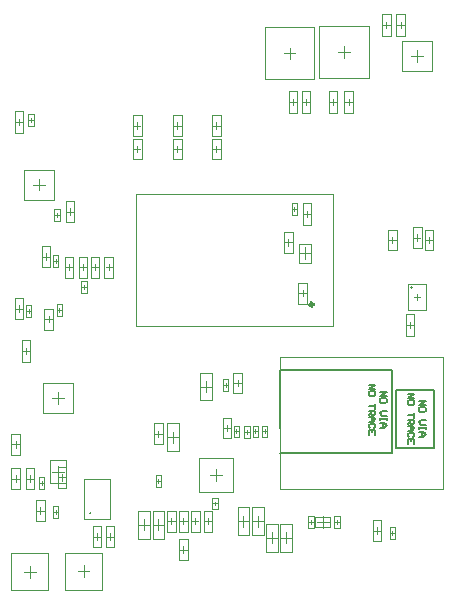
<source format=gbr>
%TF.GenerationSoftware,Altium Limited,Altium Designer,20.1.11 (218)*%
G04 Layer_Color=32768*
%FSLAX45Y45*%
%MOMM*%
%TF.SameCoordinates,A720D921-2E1A-4B1E-B03F-C1F3B01285F1*%
%TF.FilePolarity,Positive*%
%TF.FileFunction,Other,Mechanical_15*%
%TF.Part,Single*%
G01*
G75*
%TA.AperFunction,NonConductor*%
%ADD66C,0.10000*%
%ADD82C,0.15000*%
%ADD110C,0.30000*%
%ADD185C,0.01000*%
%ADD188C,0.05000*%
%ADD189C,0.12700*%
D66*
X4649998Y4579998D02*
X4749998D01*
X4700001Y4530001D02*
Y4630001D01*
X1653490Y2429991D02*
X1686490D01*
X1669990Y2413491D02*
Y2446491D01*
X1692993Y2379994D02*
Y2479994D01*
X1646993Y2379994D02*
Y2479994D01*
Y2379994D02*
X1692993D01*
X1646993Y2479994D02*
X1692993D01*
X3419999Y382498D02*
X3519999D01*
X3419999Y617499D02*
X3519999D01*
Y382498D02*
Y617499D01*
X3419999Y382498D02*
Y617499D01*
X3424997Y499999D02*
X3515000D01*
X3470001Y455000D02*
Y545002D01*
X4473498Y540001D02*
X4506503D01*
X4489998Y523502D02*
Y556501D01*
X4513000Y489999D02*
Y589999D01*
X4467000Y489999D02*
Y589999D01*
Y489999D02*
X4513000D01*
X4467000Y589999D02*
X4513000D01*
X1623500Y718499D02*
X1656500D01*
X1640000Y701999D02*
Y734999D01*
X1662997Y668496D02*
Y768496D01*
X1616998Y668496D02*
Y768496D01*
X1662997D01*
X1616998Y668496D02*
X1662997D01*
X1407009Y4089995D02*
X1453008D01*
X1407009Y3989995D02*
X1453008D01*
Y4089995D01*
X1407009Y3989995D02*
Y4089995D01*
X1430006Y4023492D02*
Y4056492D01*
X1413506Y4039992D02*
X1446506D01*
X1365002Y3930003D02*
Y4110002D01*
X1295000Y3930003D02*
Y4110002D01*
X1365002D01*
X1295000Y3930003D02*
X1365002D01*
X1330001Y3992502D02*
Y4047498D01*
X1302498Y4020000D02*
X1357499D01*
X1962500Y510002D02*
X2017501D01*
X1989998Y482499D02*
Y537500D01*
X1955002Y419999D02*
X2025000D01*
X1955002Y599999D02*
X2025000D01*
Y419999D02*
Y599999D01*
X1955002Y419999D02*
Y599999D01*
X2322004Y2289997D02*
Y3410000D01*
X3992003D01*
Y2289997D02*
Y3410000D01*
X2322004Y2289997D02*
X3992003D01*
X3000002Y979999D02*
Y1079999D01*
X2950000Y1030002D02*
X3050000D01*
X4412501Y4840002D02*
X4467502D01*
X4439999Y4812499D02*
Y4867500D01*
X4404998Y4929999D02*
X4475000D01*
X4404998Y4749999D02*
X4475000D01*
X4404998D02*
Y4929999D01*
X4475000Y4749999D02*
Y4929999D01*
X4532499Y4840001D02*
X4587500D01*
X4560002Y4812498D02*
Y4867500D01*
X4525001Y4929999D02*
X4594998D01*
X4525001Y4749999D02*
X4594998D01*
X4525001D02*
Y4929999D01*
X4594998Y4749999D02*
Y4929999D01*
X3153501Y1399998D02*
X3186501D01*
X3170001Y1383498D02*
Y1416498D01*
X3192998Y1350001D02*
Y1450001D01*
X3146999Y1350001D02*
Y1450001D01*
Y1350001D02*
X3192998D01*
X3146999Y1450001D02*
X3192998D01*
X3393502Y1400002D02*
X3426502D01*
X3410002Y1383502D02*
Y1416502D01*
X3432999Y1349999D02*
Y1449999D01*
X3387000Y1349999D02*
Y1449999D01*
Y1349999D02*
X3432999D01*
X3387000Y1449999D02*
X3432999D01*
X3230001Y595000D02*
Y685002D01*
X3185002Y639998D02*
X3274999D01*
X3179998Y522498D02*
Y757499D01*
X3279998Y522498D02*
Y757499D01*
X3179998D02*
X3279998D01*
X3179998Y522498D02*
X3279998D01*
X1503509Y960009D02*
X1536508D01*
X1520008Y943509D02*
Y976509D01*
X1497006Y910006D02*
Y1010006D01*
X1543006Y910006D02*
Y1010006D01*
X1497006D02*
X1543006D01*
X1497006Y910006D02*
X1543006D01*
X2389998Y565002D02*
Y654999D01*
X2345000Y610001D02*
X2435002D01*
X2340001Y492500D02*
Y727501D01*
X2440001Y492500D02*
Y727501D01*
X2340001D02*
X2440001D01*
X2340001Y492500D02*
X2440001D01*
X3776999Y680002D02*
X3822998D01*
X3776999Y580003D02*
X3822998D01*
X3776999D02*
Y680002D01*
X3822998Y580003D02*
Y680002D01*
X3800001Y613500D02*
Y646500D01*
X3783501Y630000D02*
X3816501D01*
X3899998Y579998D02*
Y680002D01*
X3850000Y630000D02*
X3950000D01*
X3997002Y580000D02*
X4043001D01*
X3997002Y679999D02*
X4043001D01*
Y580000D02*
Y679999D01*
X3997002Y580000D02*
Y679999D01*
X4019999Y613502D02*
Y646502D01*
X4003499Y630002D02*
X4036499D01*
X3589998Y455001D02*
Y544998D01*
X3544999Y500000D02*
X3635001D01*
X3540000Y382499D02*
Y617500D01*
X3640000Y382499D02*
Y617500D01*
X3540000D02*
X3640000D01*
X3540000Y382499D02*
X3640000D01*
X4332500Y560001D02*
X4387501D01*
X4359998Y532498D02*
Y587499D01*
X4325002Y649999D02*
X4394999D01*
X4325002Y469999D02*
X4394999D01*
X4325002D02*
Y649999D01*
X4394999Y469999D02*
Y649999D01*
X4837498Y2932499D02*
Y3107500D01*
X4762502Y2932499D02*
Y3107500D01*
X4837498D01*
X4762502Y2932499D02*
X4837498D01*
X4800003Y2992499D02*
Y3047500D01*
X4772499Y3020002D02*
X4827501D01*
X4672502Y3039999D02*
X4727498D01*
X4700000Y3012501D02*
Y3067497D01*
X4662499Y3127502D02*
X4737501D01*
X4662499Y2952501D02*
X4737501D01*
X4662499D02*
Y3127502D01*
X4737501Y2952501D02*
Y3127502D01*
X4612501Y2300002D02*
X4667502D01*
X4639999Y2272499D02*
Y2327500D01*
X4604998Y2209999D02*
X4675001D01*
X4604998Y2389999D02*
X4675001D01*
Y2209999D02*
Y2389999D01*
X4604998Y2209999D02*
Y2389999D01*
X4462502Y3020001D02*
X4517498D01*
X4490000Y2992498D02*
Y3047499D01*
X4452499Y3107499D02*
X4527500D01*
X4452499Y2932498D02*
X4527500D01*
Y3107499D01*
X4452499Y2932498D02*
Y3107499D01*
X3570001Y4600001D02*
X3670001D01*
X3619999Y4549998D02*
Y4649998D01*
X1863506Y2620006D02*
X1896506D01*
X1880006Y2603506D02*
Y2636506D01*
X1857009Y2570009D02*
Y2670008D01*
X1903008Y2570009D02*
Y2670008D01*
X1857009D02*
X1903008D01*
X1857009Y2570009D02*
X1903008D01*
X1664999Y1010001D02*
X1720000D01*
X1692502Y982503D02*
Y1037499D01*
X1657501Y919998D02*
X1727504D01*
X1657501Y1099998D02*
X1727504D01*
Y919998D02*
Y1099998D01*
X1657501Y919998D02*
Y1099998D01*
X1656251Y1010000D02*
Y1110000D01*
X1606249Y1060002D02*
X1706248D01*
X2062502Y2790003D02*
X2117503D01*
X2090000Y2762499D02*
Y2817501D01*
X2052504Y2702500D02*
X2127500D01*
X2052504Y2877500D02*
X2127500D01*
Y2702500D02*
Y2877500D01*
X2052504Y2702500D02*
Y2877500D01*
X1525001Y2790000D02*
Y2969999D01*
X1594998Y2790000D02*
Y2969999D01*
X1525001D02*
X1594998D01*
X1525001Y2790000D02*
X1594998D01*
X1560002Y2852499D02*
Y2907500D01*
X1532499Y2880002D02*
X1587500D01*
X1500000Y3440003D02*
Y3540002D01*
X1449998Y3490000D02*
X1549997D01*
X1362498Y2080001D02*
X1417500D01*
X1390002Y2052498D02*
Y2107499D01*
X1355000Y1989999D02*
X1424998D01*
X1355000Y2169999D02*
X1424998D01*
Y1989999D02*
Y2169999D01*
X1355000Y1989999D02*
Y2169999D01*
X2302501Y3790002D02*
X2357502D01*
X2329999Y3762499D02*
Y3817500D01*
X2292498Y3702499D02*
X2367499D01*
X2292498Y3877500D02*
X2367499D01*
Y3702499D02*
Y3877500D01*
X2292498Y3702499D02*
Y3877500D01*
X1722501Y2789997D02*
X1777502D01*
X1749999Y2762499D02*
Y2817501D01*
X1714998Y2700000D02*
X1785000D01*
X1714998Y2880000D02*
X1785000D01*
Y2700000D02*
Y2880000D01*
X1714998Y2700000D02*
Y2880000D01*
X2632498Y3702501D02*
Y3877502D01*
X2707499Y3702501D02*
Y3877502D01*
X2632498D02*
X2707499D01*
X2632498Y3702501D02*
X2707499D01*
X2669999Y3762501D02*
Y3817502D01*
X2642501Y3789999D02*
X2697502D01*
X2972499D02*
X3027500D01*
X3000002Y3762501D02*
Y3817502D01*
X2962501Y3702501D02*
X3037502D01*
X2962501Y3877502D02*
X3037502D01*
Y3702501D02*
Y3877502D01*
X2962501Y3702501D02*
Y3877502D01*
X1623500Y2841501D02*
X1656500D01*
X1640000Y2825001D02*
Y2858001D01*
X1617003Y2791504D02*
Y2891504D01*
X1663002Y2791504D02*
Y2891504D01*
X1617003D02*
X1663002D01*
X1617003Y2791504D02*
X1663002D01*
X1842501Y2790001D02*
X1897502D01*
X1869999Y2762503D02*
Y2817499D01*
X1834998Y2699998D02*
X1905001D01*
X1834998Y2879998D02*
X1905001D01*
Y2699998D02*
Y2879998D01*
X1834998Y2699998D02*
Y2879998D01*
X1660006Y1629991D02*
Y1729991D01*
X1610009Y1679993D02*
X1710009D01*
X1386991Y2469991D02*
X1432991D01*
X1386991Y2369991D02*
X1432991D01*
X1386991D02*
Y2469991D01*
X1432991Y2369991D02*
Y2469991D01*
X1409993Y2403494D02*
Y2436494D01*
X1393494Y2419994D02*
X1426493D01*
X1302501Y2439999D02*
X1357502D01*
X1329999Y2412501D02*
Y2467502D01*
X1294998Y2350001D02*
X1365000D01*
X1294998Y2530001D02*
X1365000D01*
Y2350001D02*
Y2530001D01*
X1294998Y2350001D02*
Y2530001D01*
X4080000Y4559998D02*
Y4659998D01*
X4030002Y4610001D02*
X4130002D01*
X1627008Y3180009D02*
X1673007D01*
X1627008Y3280008D02*
X1673007D01*
Y3180009D02*
Y3280008D01*
X1627008Y3180009D02*
Y3280008D01*
X1650010Y3213506D02*
Y3246506D01*
X1633510Y3230006D02*
X1666510D01*
X1795002Y3169999D02*
Y3349999D01*
X1724999Y3169999D02*
Y3349999D01*
Y3169999D02*
X1795002D01*
X1724999Y3349999D02*
X1795002D01*
X1760001Y3232498D02*
Y3287500D01*
X1732503Y3260002D02*
X1787499D01*
X1934999Y2700000D02*
Y2880000D01*
X2004996Y2700000D02*
Y2880000D01*
X1934999D02*
X2004996D01*
X1934999Y2700000D02*
X2004996D01*
X1970000Y2762499D02*
Y2817501D01*
X1942497Y2789997D02*
X1997498D01*
X1542502Y2262501D02*
Y2437502D01*
X1617498Y2262501D02*
Y2437502D01*
X1542502D02*
X1617498D01*
X1542502Y2262501D02*
X1617498D01*
X1579997Y2322501D02*
Y2377502D01*
X1552499Y2349999D02*
X1607500D01*
X1264999Y1200000D02*
Y1380000D01*
X1335001Y1200000D02*
Y1380000D01*
X1264999D02*
X1335001D01*
X1264999Y1200000D02*
X1335001D01*
X1300000Y1262505D02*
Y1317501D01*
X1272502Y1290003D02*
X1327498D01*
X1454999Y910002D02*
Y1090002D01*
X1385002Y910002D02*
Y1090002D01*
Y910002D02*
X1454999D01*
X1385002Y1090002D02*
X1454999D01*
X1419998Y972501D02*
Y1027498D01*
X1392500Y1000000D02*
X1447501D01*
X2137502Y422499D02*
Y597500D01*
X2062501Y422499D02*
Y597500D01*
Y422499D02*
X2137502D01*
X2062501Y597500D02*
X2137502D01*
X2100001Y482499D02*
Y537500D01*
X2072498Y510002D02*
X2127499D01*
X1547502Y642499D02*
Y817500D01*
X1472501Y642499D02*
Y817500D01*
Y642499D02*
X1547502D01*
X1472501Y817500D02*
X1547502D01*
X1510002Y702499D02*
Y757500D01*
X1482499Y730002D02*
X1537500D01*
X1335002Y909998D02*
Y1089998D01*
X1264999Y909998D02*
Y1089998D01*
Y909998D02*
X1335002D01*
X1264999Y1089998D02*
X1335002D01*
X1300000Y972498D02*
Y1027499D01*
X1272502Y1000001D02*
X1327498D01*
X3037498Y3902498D02*
Y4077499D01*
X2962502Y3902498D02*
Y4077499D01*
Y3902498D02*
X3037498D01*
X2962502Y4077499D02*
X3037498D01*
X2999998Y3962498D02*
Y4017499D01*
X2972500Y3990001D02*
X3027501D01*
X3764999Y2480001D02*
Y2660000D01*
X3695002Y2480001D02*
Y2660000D01*
Y2480001D02*
X3764999D01*
X3695002Y2660000D02*
X3764999D01*
X3729998Y2542500D02*
Y2597501D01*
X3702500Y2569998D02*
X3757501D01*
X3645000Y2910000D02*
Y3089999D01*
X3575003Y2910000D02*
Y3089999D01*
Y2910000D02*
X3645000D01*
X3575003Y3089999D02*
X3645000D01*
X3610004Y2972499D02*
Y3027500D01*
X3582501Y3000002D02*
X3637502D01*
X3700003Y2907999D02*
X3800002D01*
X3750000Y2858001D02*
Y2958001D01*
X2707500Y3902500D02*
Y4077501D01*
X2632499Y3902500D02*
Y4077501D01*
Y3902500D02*
X2707500D01*
X2632499Y4077501D02*
X2707500D01*
X2669999Y3962500D02*
Y4017501D01*
X2642501Y3989998D02*
X2697498D01*
X2367499Y3902500D02*
Y4077501D01*
X2292498Y3902500D02*
Y4077501D01*
Y3902500D02*
X2367499D01*
X2292498Y4077501D02*
X2367499D01*
X2329999Y3962500D02*
Y4017501D01*
X2302501Y3989998D02*
X2357502D01*
X3735001Y3150002D02*
Y3330002D01*
X3804998Y3150002D02*
Y3330002D01*
X3735001D02*
X3804998D01*
X3735001Y3150002D02*
X3804998D01*
X3770002Y3212502D02*
Y3267498D01*
X3742499Y3240000D02*
X3797500D01*
X3643500Y3280000D02*
X3676499D01*
X3660000Y3263500D02*
Y3296500D01*
X3637002Y3230002D02*
Y3330002D01*
X3683002Y3229997D02*
Y3329997D01*
X3637002Y3330002D02*
X3683002Y3329997D01*
X3637002Y3230002D02*
X3683002Y3229997D01*
X2482499Y1380001D02*
X2537500D01*
X2510002Y1352498D02*
Y1407499D01*
X2475001Y1289999D02*
Y1469999D01*
X2544998Y1289999D02*
Y1469999D01*
X2475001D02*
X2544998D01*
X2475001Y1289999D02*
X2544998D01*
X2592500Y640001D02*
X2647501D01*
X2619998Y612498D02*
Y667499D01*
X2585002Y549998D02*
Y729998D01*
X2654999Y549998D02*
Y729998D01*
X2585002D02*
X2654999D01*
X2585002Y549998D02*
X2654999D01*
X3300002Y522500D02*
X3400002D01*
X3300002Y757501D02*
X3400002D01*
Y522500D02*
Y757501D01*
X3300002Y522500D02*
Y757501D01*
X3305001Y640001D02*
X3394998D01*
X3349999Y595002D02*
Y684999D01*
X3307001Y1449999D02*
X3353000D01*
X3307001Y1349999D02*
X3353000D01*
X3307001D02*
Y1449999D01*
X3353000Y1349999D02*
Y1449999D01*
X3329998Y1383502D02*
Y1416501D01*
X3313498Y1400002D02*
X3346498D01*
X2757502Y552500D02*
Y727500D01*
X2682501Y552500D02*
Y727500D01*
Y552500D02*
X2757502D01*
X2682501Y727500D02*
X2757502D01*
X2720002Y612499D02*
Y667501D01*
X2692499Y639997D02*
X2747500D01*
X3237000Y1448499D02*
X3282999D01*
X3237000Y1348499D02*
X3282999D01*
X3237000D02*
Y1448499D01*
X3282999Y1348499D02*
Y1448499D01*
X3259997Y1382002D02*
Y1415001D01*
X3243497Y1398501D02*
X3276497D01*
X2487002Y930000D02*
X2533001D01*
X2487002Y1029999D02*
X2533001D01*
Y930000D02*
Y1029999D01*
X2487002Y930000D02*
Y1029999D01*
X2509999Y963502D02*
Y996502D01*
X2493499Y980002D02*
X2526499D01*
X2782501Y552498D02*
Y727499D01*
X2857503Y552498D02*
Y727499D01*
X2782501D02*
X2857503D01*
X2782501Y552498D02*
X2857503D01*
X2820002Y612498D02*
Y667499D01*
X2792499Y640001D02*
X2847500D01*
X3127499Y1342501D02*
Y1517502D01*
X3052498Y1342501D02*
Y1517502D01*
Y1342501D02*
X3127499D01*
X3052498Y1517502D02*
X3127499D01*
X3089999Y1402501D02*
Y1457502D01*
X3062501Y1429999D02*
X3117502D01*
X2892498Y552499D02*
Y727499D01*
X2967499Y552499D02*
Y727499D01*
X2892498D02*
X2967499D01*
X2892498Y552499D02*
X2967499D01*
X2929998Y612498D02*
Y667500D01*
X2902500Y640002D02*
X2957501D01*
X2682499Y312501D02*
Y487502D01*
X2757500Y312501D02*
Y487502D01*
X2682499D02*
X2757500D01*
X2682499Y312501D02*
X2757500D01*
X2720000Y372501D02*
Y427502D01*
X2692502Y399999D02*
X2747498D01*
X2967002Y839999D02*
X3013001D01*
X2967002Y739999D02*
X3013001D01*
X2967002D02*
Y839999D01*
X3013001Y739999D02*
Y839999D01*
X2989999Y773502D02*
Y806502D01*
X2973499Y790002D02*
X3006499D01*
X2859999Y1897499D02*
X2959999D01*
X2859999Y1662499D02*
X2959999D01*
X2859999D02*
Y1897499D01*
X2959999Y1662499D02*
Y1897499D01*
X2864998Y1779999D02*
X2955000D01*
X2910001Y1735000D02*
Y1824998D01*
X3057002Y1840000D02*
X3103001D01*
X3057002Y1740001D02*
X3103001D01*
X3057002D02*
Y1840000D01*
X3103001Y1740001D02*
Y1840000D01*
X3079999Y1773498D02*
Y1806498D01*
X3063499Y1789998D02*
X3096499D01*
X2460000Y492502D02*
X2560000D01*
X2460000Y727498D02*
X2560000D01*
Y492502D02*
Y727498D01*
X2460000Y492502D02*
Y727498D01*
X2464999Y610002D02*
X2555001D01*
X2510002Y564999D02*
Y655001D01*
X3142500Y1722499D02*
Y1897500D01*
X3217501Y1722499D02*
Y1897500D01*
X3142500D02*
X3217501D01*
X3142500Y1722499D02*
X3217501D01*
X3180001Y1782499D02*
Y1837500D01*
X3152498Y1810002D02*
X3207499D01*
X2579998Y1232501D02*
X2679998D01*
X2579998Y1467502D02*
X2679998D01*
Y1232501D02*
Y1467502D01*
X2579998Y1232501D02*
Y1467502D01*
X2585002Y1350001D02*
X2674999D01*
X2630000Y1305002D02*
Y1395000D01*
X3615004Y4100000D02*
Y4280000D01*
X3685001Y4100000D02*
Y4280000D01*
X3615004D02*
X3685001D01*
X3615004Y4100000D02*
X3685001D01*
X3650000Y4162499D02*
Y4217501D01*
X3622502Y4190003D02*
X3677503D01*
X3725002Y4099999D02*
Y4279999D01*
X3795000Y4099999D02*
Y4279999D01*
X3725002D02*
X3795000D01*
X3725002Y4099999D02*
X3795000D01*
X3759999Y4162499D02*
Y4217500D01*
X3732501Y4190002D02*
X3787502D01*
X3954999Y4100000D02*
Y4280000D01*
X4024997Y4100000D02*
Y4280000D01*
X3954999D02*
X4024997D01*
X3954999Y4100000D02*
X4024997D01*
X3989996Y4162499D02*
Y4217501D01*
X3962498Y4190003D02*
X4017499D01*
X4085001Y4099999D02*
Y4279999D01*
X4154998Y4099999D02*
Y4279999D01*
X4085001D02*
X4154998D01*
X4085001Y4099999D02*
X4154998D01*
X4120002Y4162499D02*
Y4217500D01*
X4092499Y4190002D02*
X4147500D01*
X1369998Y212502D02*
X1470002D01*
X1420000Y162500D02*
Y262499D01*
X1825500Y214999D02*
X1925499D01*
X1875497Y164996D02*
Y265001D01*
D82*
X1935506Y709949D02*
G03*
X1935506Y709949I-5000J0D01*
G01*
X4519997Y1260502D02*
X4845000D01*
X4519997D02*
Y1752500D01*
X4845000D01*
Y1260502D02*
Y1752500D01*
X4485001Y1220502D02*
Y1920501D01*
X3535000D02*
X4485001D01*
X3535000Y1428503D02*
Y1920501D01*
Y1220502D02*
X4485001D01*
D110*
X3822002Y2474998D02*
G03*
X3822002Y2474998I-15000J0D01*
G01*
D185*
X1879993Y659961D02*
Y999960D01*
Y659961D02*
X2099993D01*
Y999960D01*
X1879993D02*
X2099993D01*
D188*
X4662502Y2619998D02*
G03*
X4662502Y2619998I-10000J0D01*
G01*
X4575002Y4455000D02*
Y4705002D01*
X4824999Y4455000D02*
Y4705002D01*
X4575002Y4455000D02*
X4824999D01*
X4575002Y4705002D02*
X4824999D01*
X3535000Y2030000D02*
X4919996D01*
X3535000Y912502D02*
X4919996D01*
Y2030000D01*
X3535000Y912502D02*
Y2030000D01*
X2854999Y884998D02*
X3145001D01*
X2854999Y1175000D02*
X3145001D01*
Y884998D02*
Y1175000D01*
X2854999Y884998D02*
Y1175000D01*
X3837499Y672499D02*
X3962502D01*
X3837499Y587501D02*
X3962502D01*
Y672499D01*
X3837499Y587501D02*
Y672499D01*
X4623500Y2431997D02*
Y2647998D01*
X4776505D01*
Y2431997D02*
Y2647998D01*
X4623500Y2431997D02*
X4776505D01*
X4675001Y2539997D02*
X4725004D01*
X4700000Y2514999D02*
Y2564996D01*
X3410002Y4380001D02*
Y4820000D01*
X3830001Y4380001D02*
Y4820000D01*
X3410002Y4380001D02*
X3830001D01*
X3410002Y4820000D02*
X3830001D01*
X1587752Y960003D02*
X1724750D01*
X1587752Y1160002D02*
X1724750D01*
Y960003D02*
Y1160002D01*
X1587752Y960003D02*
Y1160002D01*
X1372502Y3362502D02*
X1627498D01*
X1372502Y3617503D02*
X1627498D01*
Y3362502D02*
Y3617503D01*
X1372502Y3362502D02*
Y3617503D01*
X1532508Y1552490D02*
X1787509D01*
X1532508Y1807491D02*
X1787509D01*
Y1552490D02*
Y1807491D01*
X1532508Y1552490D02*
Y1807491D01*
X3869998Y4830000D02*
X4290002D01*
X3869998Y4390001D02*
X4290002D01*
Y4830000D01*
X3869998Y4390001D02*
Y4830000D01*
X3800002Y2825499D02*
Y2990498D01*
X3700003Y2825499D02*
Y2990498D01*
Y2825499D02*
X3800002D01*
X3700003Y2990498D02*
X3800002D01*
X1262500Y55002D02*
Y370002D01*
X1577500Y55002D02*
Y370002D01*
X1262500D02*
X1577500D01*
X1262500Y55002D02*
X1577500D01*
X1717997Y57498D02*
Y372499D01*
X2032997Y57498D02*
Y372499D01*
X1717997D02*
X2032997D01*
X1717997Y57498D02*
X2032997D01*
D189*
X4716455Y1659277D02*
X4771437D01*
X4716455Y1622622D01*
X4771437D01*
Y1576804D02*
Y1595131D01*
X4762274Y1604295D01*
X4725619D01*
X4716455Y1595131D01*
Y1576804D01*
X4725619Y1567640D01*
X4762274D01*
X4771437Y1576804D01*
Y1494331D02*
X4734783D01*
X4716455Y1476003D01*
X4734783Y1457676D01*
X4771437D01*
Y1439348D02*
Y1421021D01*
Y1430185D01*
X4716455D01*
Y1439348D01*
Y1421021D01*
Y1393530D02*
X4753110D01*
X4771437Y1375202D01*
X4753110Y1356875D01*
X4716455D01*
X4743946D01*
Y1393530D01*
X4619997Y1718841D02*
X4674979D01*
X4619997Y1682186D01*
X4674979D01*
Y1636368D02*
Y1654695D01*
X4665815Y1663858D01*
X4629160D01*
X4619997Y1654695D01*
Y1636368D01*
X4629160Y1627204D01*
X4665815D01*
X4674979Y1636368D01*
Y1553894D02*
Y1517240D01*
Y1535567D01*
X4619997D01*
Y1498912D02*
X4674979D01*
Y1471421D01*
X4665815Y1462257D01*
X4647488D01*
X4638324Y1471421D01*
Y1498912D01*
Y1480585D02*
X4619997Y1462257D01*
Y1443930D02*
X4656651D01*
X4674979Y1425603D01*
X4656651Y1407275D01*
X4619997D01*
X4647488D01*
Y1443930D01*
X4665815Y1352293D02*
X4674979Y1361457D01*
Y1379784D01*
X4665815Y1388948D01*
X4629160D01*
X4619997Y1379784D01*
Y1361457D01*
X4629160Y1352293D01*
X4674979Y1297311D02*
Y1333966D01*
X4619997D01*
Y1297311D01*
X4647488Y1333966D02*
Y1315638D01*
X4386255Y1735477D02*
X4441237D01*
X4386255Y1698822D01*
X4441237D01*
Y1653004D02*
Y1671331D01*
X4432074Y1680495D01*
X4395419D01*
X4386255Y1671331D01*
Y1653004D01*
X4395419Y1643840D01*
X4432074D01*
X4441237Y1653004D01*
Y1570531D02*
X4404583D01*
X4386255Y1552203D01*
X4404583Y1533876D01*
X4441237D01*
Y1515548D02*
Y1497221D01*
Y1506385D01*
X4386255D01*
Y1515548D01*
Y1497221D01*
Y1469730D02*
X4422910D01*
X4441237Y1451402D01*
X4422910Y1433075D01*
X4386255D01*
X4413746D01*
Y1469730D01*
X4289797Y1795041D02*
X4344779D01*
X4289797Y1758386D01*
X4344779D01*
Y1712568D02*
Y1730895D01*
X4335615Y1740058D01*
X4298960D01*
X4289797Y1730895D01*
Y1712568D01*
X4298960Y1703404D01*
X4335615D01*
X4344779Y1712568D01*
Y1630094D02*
Y1593440D01*
Y1611767D01*
X4289797D01*
Y1575112D02*
X4344779D01*
Y1547621D01*
X4335615Y1538457D01*
X4317288D01*
X4308124Y1547621D01*
Y1575112D01*
Y1556785D02*
X4289797Y1538457D01*
Y1520130D02*
X4326451D01*
X4344779Y1501803D01*
X4326451Y1483475D01*
X4289797D01*
X4317288D01*
Y1520130D01*
X4335615Y1428493D02*
X4344779Y1437657D01*
Y1455984D01*
X4335615Y1465148D01*
X4298960D01*
X4289797Y1455984D01*
Y1437657D01*
X4298960Y1428493D01*
X4344779Y1373511D02*
Y1410166D01*
X4289797D01*
Y1373511D01*
X4317288Y1410166D02*
Y1391838D01*
%TF.MD5,be582a74da84a64b2526f6cc6e972e77*%
M02*

</source>
